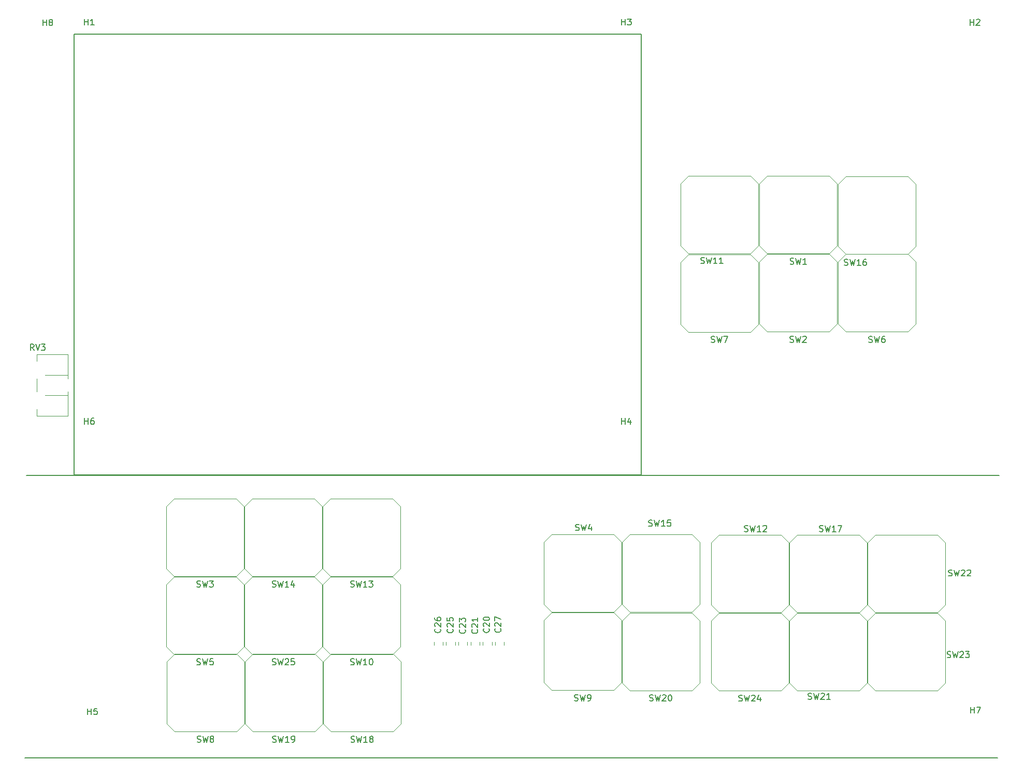
<source format=gto>
%TF.GenerationSoftware,KiCad,Pcbnew,(6.0.0)*%
%TF.CreationDate,2022-05-25T11:52:23+05:30*%
%TF.ProjectId,Motion_Control_HMI,4d6f7469-6f6e-45f4-936f-6e74726f6c5f,rev?*%
%TF.SameCoordinates,Original*%
%TF.FileFunction,Legend,Top*%
%TF.FilePolarity,Positive*%
%FSLAX46Y46*%
G04 Gerber Fmt 4.6, Leading zero omitted, Abs format (unit mm)*
G04 Created by KiCad (PCBNEW (6.0.0)) date 2022-05-25 11:52:23*
%MOMM*%
%LPD*%
G01*
G04 APERTURE LIST*
%ADD10C,0.150000*%
%ADD11C,0.120000*%
G04 APERTURE END LIST*
D10*
X67767200Y-43078400D02*
X67767200Y-49784000D01*
X67767200Y-49784000D02*
X67767200Y-54203600D01*
X59944000Y-101600000D02*
X218948000Y-101600000D01*
X59690000Y-147828000D02*
X218694000Y-147828000D01*
X67767200Y-101396800D02*
X67767200Y-101447600D01*
X160426400Y-29362400D02*
X160426400Y-101447600D01*
X67767200Y-54203600D02*
X67767200Y-55422800D01*
X160426400Y-101447600D02*
X67767200Y-101447600D01*
X67767200Y-55422800D02*
X67767200Y-100736400D01*
X67767200Y-36880800D02*
X67767200Y-38608000D01*
X67767200Y-29311600D02*
X160426400Y-29362400D01*
X67767200Y-38608000D02*
X67767200Y-43078400D01*
X67767200Y-29311600D02*
X67767200Y-34493200D01*
X67767200Y-34493200D02*
X67767200Y-36880800D01*
X67767200Y-100736400D02*
X67767200Y-101396800D01*
%TO.C,SW8*%
X87871466Y-145184761D02*
X88014323Y-145232380D01*
X88252419Y-145232380D01*
X88347657Y-145184761D01*
X88395276Y-145137142D01*
X88442895Y-145041904D01*
X88442895Y-144946666D01*
X88395276Y-144851428D01*
X88347657Y-144803809D01*
X88252419Y-144756190D01*
X88061942Y-144708571D01*
X87966704Y-144660952D01*
X87919085Y-144613333D01*
X87871466Y-144518095D01*
X87871466Y-144422857D01*
X87919085Y-144327619D01*
X87966704Y-144280000D01*
X88061942Y-144232380D01*
X88300038Y-144232380D01*
X88442895Y-144280000D01*
X88776228Y-144232380D02*
X89014323Y-145232380D01*
X89204800Y-144518095D01*
X89395276Y-145232380D01*
X89633371Y-144232380D01*
X90157180Y-144660952D02*
X90061942Y-144613333D01*
X90014323Y-144565714D01*
X89966704Y-144470476D01*
X89966704Y-144422857D01*
X90014323Y-144327619D01*
X90061942Y-144280000D01*
X90157180Y-144232380D01*
X90347657Y-144232380D01*
X90442895Y-144280000D01*
X90490514Y-144327619D01*
X90538133Y-144422857D01*
X90538133Y-144470476D01*
X90490514Y-144565714D01*
X90442895Y-144613333D01*
X90347657Y-144660952D01*
X90157180Y-144660952D01*
X90061942Y-144708571D01*
X90014323Y-144756190D01*
X89966704Y-144851428D01*
X89966704Y-145041904D01*
X90014323Y-145137142D01*
X90061942Y-145184761D01*
X90157180Y-145232380D01*
X90347657Y-145232380D01*
X90442895Y-145184761D01*
X90490514Y-145137142D01*
X90538133Y-145041904D01*
X90538133Y-144851428D01*
X90490514Y-144756190D01*
X90442895Y-144708571D01*
X90347657Y-144660952D01*
%TO.C,H4*%
X157226095Y-93196380D02*
X157226095Y-92196380D01*
X157226095Y-92672571D02*
X157797523Y-92672571D01*
X157797523Y-93196380D02*
X157797523Y-92196380D01*
X158702285Y-92529714D02*
X158702285Y-93196380D01*
X158464190Y-92148761D02*
X158226095Y-92863047D01*
X158845142Y-92863047D01*
%TO.C,C23*%
X131624342Y-126804657D02*
X131671961Y-126852276D01*
X131719580Y-126995133D01*
X131719580Y-127090371D01*
X131671961Y-127233228D01*
X131576723Y-127328466D01*
X131481485Y-127376085D01*
X131291009Y-127423704D01*
X131148152Y-127423704D01*
X130957676Y-127376085D01*
X130862438Y-127328466D01*
X130767200Y-127233228D01*
X130719580Y-127090371D01*
X130719580Y-126995133D01*
X130767200Y-126852276D01*
X130814819Y-126804657D01*
X130814819Y-126423704D02*
X130767200Y-126376085D01*
X130719580Y-126280847D01*
X130719580Y-126042752D01*
X130767200Y-125947514D01*
X130814819Y-125899895D01*
X130910057Y-125852276D01*
X131005295Y-125852276D01*
X131148152Y-125899895D01*
X131719580Y-126471323D01*
X131719580Y-125852276D01*
X130719580Y-125518942D02*
X130719580Y-124899895D01*
X131100533Y-125233228D01*
X131100533Y-125090371D01*
X131148152Y-124995133D01*
X131195771Y-124947514D01*
X131291009Y-124899895D01*
X131529104Y-124899895D01*
X131624342Y-124947514D01*
X131671961Y-124995133D01*
X131719580Y-125090371D01*
X131719580Y-125376085D01*
X131671961Y-125471323D01*
X131624342Y-125518942D01*
%TO.C,SW24*%
X176396876Y-138479161D02*
X176539733Y-138526780D01*
X176777828Y-138526780D01*
X176873066Y-138479161D01*
X176920685Y-138431542D01*
X176968304Y-138336304D01*
X176968304Y-138241066D01*
X176920685Y-138145828D01*
X176873066Y-138098209D01*
X176777828Y-138050590D01*
X176587352Y-138002971D01*
X176492114Y-137955352D01*
X176444495Y-137907733D01*
X176396876Y-137812495D01*
X176396876Y-137717257D01*
X176444495Y-137622019D01*
X176492114Y-137574400D01*
X176587352Y-137526780D01*
X176825447Y-137526780D01*
X176968304Y-137574400D01*
X177301638Y-137526780D02*
X177539733Y-138526780D01*
X177730209Y-137812495D01*
X177920685Y-138526780D01*
X178158780Y-137526780D01*
X178492114Y-137622019D02*
X178539733Y-137574400D01*
X178634971Y-137526780D01*
X178873066Y-137526780D01*
X178968304Y-137574400D01*
X179015923Y-137622019D01*
X179063542Y-137717257D01*
X179063542Y-137812495D01*
X179015923Y-137955352D01*
X178444495Y-138526780D01*
X179063542Y-138526780D01*
X179920685Y-137860114D02*
X179920685Y-138526780D01*
X179682590Y-137479161D02*
X179444495Y-138193447D01*
X180063542Y-138193447D01*
%TO.C,C21*%
X133630942Y-126794457D02*
X133678561Y-126842076D01*
X133726180Y-126984933D01*
X133726180Y-127080171D01*
X133678561Y-127223028D01*
X133583323Y-127318266D01*
X133488085Y-127365885D01*
X133297609Y-127413504D01*
X133154752Y-127413504D01*
X132964276Y-127365885D01*
X132869038Y-127318266D01*
X132773800Y-127223028D01*
X132726180Y-127080171D01*
X132726180Y-126984933D01*
X132773800Y-126842076D01*
X132821419Y-126794457D01*
X132821419Y-126413504D02*
X132773800Y-126365885D01*
X132726180Y-126270647D01*
X132726180Y-126032552D01*
X132773800Y-125937314D01*
X132821419Y-125889695D01*
X132916657Y-125842076D01*
X133011895Y-125842076D01*
X133154752Y-125889695D01*
X133726180Y-126461123D01*
X133726180Y-125842076D01*
X133726180Y-124889695D02*
X133726180Y-125461123D01*
X133726180Y-125175409D02*
X132726180Y-125175409D01*
X132869038Y-125270647D01*
X132964276Y-125365885D01*
X133011895Y-125461123D01*
%TO.C,SW12*%
X177336676Y-110716961D02*
X177479533Y-110764580D01*
X177717628Y-110764580D01*
X177812866Y-110716961D01*
X177860485Y-110669342D01*
X177908104Y-110574104D01*
X177908104Y-110478866D01*
X177860485Y-110383628D01*
X177812866Y-110336009D01*
X177717628Y-110288390D01*
X177527152Y-110240771D01*
X177431914Y-110193152D01*
X177384295Y-110145533D01*
X177336676Y-110050295D01*
X177336676Y-109955057D01*
X177384295Y-109859819D01*
X177431914Y-109812200D01*
X177527152Y-109764580D01*
X177765247Y-109764580D01*
X177908104Y-109812200D01*
X178241438Y-109764580D02*
X178479533Y-110764580D01*
X178670009Y-110050295D01*
X178860485Y-110764580D01*
X179098580Y-109764580D01*
X180003342Y-110764580D02*
X179431914Y-110764580D01*
X179717628Y-110764580D02*
X179717628Y-109764580D01*
X179622390Y-109907438D01*
X179527152Y-110002676D01*
X179431914Y-110050295D01*
X180384295Y-109859819D02*
X180431914Y-109812200D01*
X180527152Y-109764580D01*
X180765247Y-109764580D01*
X180860485Y-109812200D01*
X180908104Y-109859819D01*
X180955723Y-109955057D01*
X180955723Y-110050295D01*
X180908104Y-110193152D01*
X180336676Y-110764580D01*
X180955723Y-110764580D01*
%TO.C,SW15*%
X161664876Y-109827961D02*
X161807733Y-109875580D01*
X162045828Y-109875580D01*
X162141066Y-109827961D01*
X162188685Y-109780342D01*
X162236304Y-109685104D01*
X162236304Y-109589866D01*
X162188685Y-109494628D01*
X162141066Y-109447009D01*
X162045828Y-109399390D01*
X161855352Y-109351771D01*
X161760114Y-109304152D01*
X161712495Y-109256533D01*
X161664876Y-109161295D01*
X161664876Y-109066057D01*
X161712495Y-108970819D01*
X161760114Y-108923200D01*
X161855352Y-108875580D01*
X162093447Y-108875580D01*
X162236304Y-108923200D01*
X162569638Y-108875580D02*
X162807733Y-109875580D01*
X162998209Y-109161295D01*
X163188685Y-109875580D01*
X163426780Y-108875580D01*
X164331542Y-109875580D02*
X163760114Y-109875580D01*
X164045828Y-109875580D02*
X164045828Y-108875580D01*
X163950590Y-109018438D01*
X163855352Y-109113676D01*
X163760114Y-109161295D01*
X165236304Y-108875580D02*
X164760114Y-108875580D01*
X164712495Y-109351771D01*
X164760114Y-109304152D01*
X164855352Y-109256533D01*
X165093447Y-109256533D01*
X165188685Y-109304152D01*
X165236304Y-109351771D01*
X165283923Y-109447009D01*
X165283923Y-109685104D01*
X165236304Y-109780342D01*
X165188685Y-109827961D01*
X165093447Y-109875580D01*
X164855352Y-109875580D01*
X164760114Y-109827961D01*
X164712495Y-109780342D01*
%TO.C,SW25*%
X100146076Y-132535561D02*
X100288933Y-132583180D01*
X100527028Y-132583180D01*
X100622266Y-132535561D01*
X100669885Y-132487942D01*
X100717504Y-132392704D01*
X100717504Y-132297466D01*
X100669885Y-132202228D01*
X100622266Y-132154609D01*
X100527028Y-132106990D01*
X100336552Y-132059371D01*
X100241314Y-132011752D01*
X100193695Y-131964133D01*
X100146076Y-131868895D01*
X100146076Y-131773657D01*
X100193695Y-131678419D01*
X100241314Y-131630800D01*
X100336552Y-131583180D01*
X100574647Y-131583180D01*
X100717504Y-131630800D01*
X101050838Y-131583180D02*
X101288933Y-132583180D01*
X101479409Y-131868895D01*
X101669885Y-132583180D01*
X101907980Y-131583180D01*
X102241314Y-131678419D02*
X102288933Y-131630800D01*
X102384171Y-131583180D01*
X102622266Y-131583180D01*
X102717504Y-131630800D01*
X102765123Y-131678419D01*
X102812742Y-131773657D01*
X102812742Y-131868895D01*
X102765123Y-132011752D01*
X102193695Y-132583180D01*
X102812742Y-132583180D01*
X103717504Y-131583180D02*
X103241314Y-131583180D01*
X103193695Y-132059371D01*
X103241314Y-132011752D01*
X103336552Y-131964133D01*
X103574647Y-131964133D01*
X103669885Y-132011752D01*
X103717504Y-132059371D01*
X103765123Y-132154609D01*
X103765123Y-132392704D01*
X103717504Y-132487942D01*
X103669885Y-132535561D01*
X103574647Y-132583180D01*
X103336552Y-132583180D01*
X103241314Y-132535561D01*
X103193695Y-132487942D01*
%TO.C,RV3*%
X61182561Y-81093780D02*
X60849228Y-80617590D01*
X60611133Y-81093780D02*
X60611133Y-80093780D01*
X60992085Y-80093780D01*
X61087323Y-80141400D01*
X61134942Y-80189019D01*
X61182561Y-80284257D01*
X61182561Y-80427114D01*
X61134942Y-80522352D01*
X61087323Y-80569971D01*
X60992085Y-80617590D01*
X60611133Y-80617590D01*
X61468276Y-80093780D02*
X61801609Y-81093780D01*
X62134942Y-80093780D01*
X62373038Y-80093780D02*
X62992085Y-80093780D01*
X62658752Y-80474733D01*
X62801609Y-80474733D01*
X62896847Y-80522352D01*
X62944466Y-80569971D01*
X62992085Y-80665209D01*
X62992085Y-80903304D01*
X62944466Y-80998542D01*
X62896847Y-81046161D01*
X62801609Y-81093780D01*
X62515895Y-81093780D01*
X62420657Y-81046161D01*
X62373038Y-80998542D01*
%TO.C,SW6*%
X197645066Y-79749161D02*
X197787923Y-79796780D01*
X198026019Y-79796780D01*
X198121257Y-79749161D01*
X198168876Y-79701542D01*
X198216495Y-79606304D01*
X198216495Y-79511066D01*
X198168876Y-79415828D01*
X198121257Y-79368209D01*
X198026019Y-79320590D01*
X197835542Y-79272971D01*
X197740304Y-79225352D01*
X197692685Y-79177733D01*
X197645066Y-79082495D01*
X197645066Y-78987257D01*
X197692685Y-78892019D01*
X197740304Y-78844400D01*
X197835542Y-78796780D01*
X198073638Y-78796780D01*
X198216495Y-78844400D01*
X198549828Y-78796780D02*
X198787923Y-79796780D01*
X198978400Y-79082495D01*
X199168876Y-79796780D01*
X199406971Y-78796780D01*
X200216495Y-78796780D02*
X200026019Y-78796780D01*
X199930780Y-78844400D01*
X199883161Y-78892019D01*
X199787923Y-79034876D01*
X199740304Y-79225352D01*
X199740304Y-79606304D01*
X199787923Y-79701542D01*
X199835542Y-79749161D01*
X199930780Y-79796780D01*
X200121257Y-79796780D01*
X200216495Y-79749161D01*
X200264114Y-79701542D01*
X200311733Y-79606304D01*
X200311733Y-79368209D01*
X200264114Y-79272971D01*
X200216495Y-79225352D01*
X200121257Y-79177733D01*
X199930780Y-79177733D01*
X199835542Y-79225352D01*
X199787923Y-79272971D01*
X199740304Y-79368209D01*
%TO.C,H7*%
X214325295Y-140473580D02*
X214325295Y-139473580D01*
X214325295Y-139949771D02*
X214896723Y-139949771D01*
X214896723Y-140473580D02*
X214896723Y-139473580D01*
X215277676Y-139473580D02*
X215944342Y-139473580D01*
X215515771Y-140473580D01*
%TO.C,SW16*%
X193648676Y-67141761D02*
X193791533Y-67189380D01*
X194029628Y-67189380D01*
X194124866Y-67141761D01*
X194172485Y-67094142D01*
X194220104Y-66998904D01*
X194220104Y-66903666D01*
X194172485Y-66808428D01*
X194124866Y-66760809D01*
X194029628Y-66713190D01*
X193839152Y-66665571D01*
X193743914Y-66617952D01*
X193696295Y-66570333D01*
X193648676Y-66475095D01*
X193648676Y-66379857D01*
X193696295Y-66284619D01*
X193743914Y-66237000D01*
X193839152Y-66189380D01*
X194077247Y-66189380D01*
X194220104Y-66237000D01*
X194553438Y-66189380D02*
X194791533Y-67189380D01*
X194982009Y-66475095D01*
X195172485Y-67189380D01*
X195410580Y-66189380D01*
X196315342Y-67189380D02*
X195743914Y-67189380D01*
X196029628Y-67189380D02*
X196029628Y-66189380D01*
X195934390Y-66332238D01*
X195839152Y-66427476D01*
X195743914Y-66475095D01*
X197172485Y-66189380D02*
X196982009Y-66189380D01*
X196886771Y-66237000D01*
X196839152Y-66284619D01*
X196743914Y-66427476D01*
X196696295Y-66617952D01*
X196696295Y-66998904D01*
X196743914Y-67094142D01*
X196791533Y-67141761D01*
X196886771Y-67189380D01*
X197077247Y-67189380D01*
X197172485Y-67141761D01*
X197220104Y-67094142D01*
X197267723Y-66998904D01*
X197267723Y-66760809D01*
X197220104Y-66665571D01*
X197172485Y-66617952D01*
X197077247Y-66570333D01*
X196886771Y-66570333D01*
X196791533Y-66617952D01*
X196743914Y-66665571D01*
X196696295Y-66760809D01*
%TO.C,C20*%
X135535942Y-126652257D02*
X135583561Y-126699876D01*
X135631180Y-126842733D01*
X135631180Y-126937971D01*
X135583561Y-127080828D01*
X135488323Y-127176066D01*
X135393085Y-127223685D01*
X135202609Y-127271304D01*
X135059752Y-127271304D01*
X134869276Y-127223685D01*
X134774038Y-127176066D01*
X134678800Y-127080828D01*
X134631180Y-126937971D01*
X134631180Y-126842733D01*
X134678800Y-126699876D01*
X134726419Y-126652257D01*
X134726419Y-126271304D02*
X134678800Y-126223685D01*
X134631180Y-126128447D01*
X134631180Y-125890352D01*
X134678800Y-125795114D01*
X134726419Y-125747495D01*
X134821657Y-125699876D01*
X134916895Y-125699876D01*
X135059752Y-125747495D01*
X135631180Y-126318923D01*
X135631180Y-125699876D01*
X134631180Y-125080828D02*
X134631180Y-124985590D01*
X134678800Y-124890352D01*
X134726419Y-124842733D01*
X134821657Y-124795114D01*
X135012133Y-124747495D01*
X135250228Y-124747495D01*
X135440704Y-124795114D01*
X135535942Y-124842733D01*
X135583561Y-124890352D01*
X135631180Y-124985590D01*
X135631180Y-125080828D01*
X135583561Y-125176066D01*
X135535942Y-125223685D01*
X135440704Y-125271304D01*
X135250228Y-125318923D01*
X135012133Y-125318923D01*
X134821657Y-125271304D01*
X134726419Y-125223685D01*
X134678800Y-125176066D01*
X134631180Y-125080828D01*
%TO.C,SW14*%
X100146076Y-119784761D02*
X100288933Y-119832380D01*
X100527028Y-119832380D01*
X100622266Y-119784761D01*
X100669885Y-119737142D01*
X100717504Y-119641904D01*
X100717504Y-119546666D01*
X100669885Y-119451428D01*
X100622266Y-119403809D01*
X100527028Y-119356190D01*
X100336552Y-119308571D01*
X100241314Y-119260952D01*
X100193695Y-119213333D01*
X100146076Y-119118095D01*
X100146076Y-119022857D01*
X100193695Y-118927619D01*
X100241314Y-118880000D01*
X100336552Y-118832380D01*
X100574647Y-118832380D01*
X100717504Y-118880000D01*
X101050838Y-118832380D02*
X101288933Y-119832380D01*
X101479409Y-119118095D01*
X101669885Y-119832380D01*
X101907980Y-118832380D01*
X102812742Y-119832380D02*
X102241314Y-119832380D01*
X102527028Y-119832380D02*
X102527028Y-118832380D01*
X102431790Y-118975238D01*
X102336552Y-119070476D01*
X102241314Y-119118095D01*
X103669885Y-119165714D02*
X103669885Y-119832380D01*
X103431790Y-118784761D02*
X103193695Y-119499047D01*
X103812742Y-119499047D01*
%TO.C,SW13*%
X112947676Y-119784761D02*
X113090533Y-119832380D01*
X113328628Y-119832380D01*
X113423866Y-119784761D01*
X113471485Y-119737142D01*
X113519104Y-119641904D01*
X113519104Y-119546666D01*
X113471485Y-119451428D01*
X113423866Y-119403809D01*
X113328628Y-119356190D01*
X113138152Y-119308571D01*
X113042914Y-119260952D01*
X112995295Y-119213333D01*
X112947676Y-119118095D01*
X112947676Y-119022857D01*
X112995295Y-118927619D01*
X113042914Y-118880000D01*
X113138152Y-118832380D01*
X113376247Y-118832380D01*
X113519104Y-118880000D01*
X113852438Y-118832380D02*
X114090533Y-119832380D01*
X114281009Y-119118095D01*
X114471485Y-119832380D01*
X114709580Y-118832380D01*
X115614342Y-119832380D02*
X115042914Y-119832380D01*
X115328628Y-119832380D02*
X115328628Y-118832380D01*
X115233390Y-118975238D01*
X115138152Y-119070476D01*
X115042914Y-119118095D01*
X115947676Y-118832380D02*
X116566723Y-118832380D01*
X116233390Y-119213333D01*
X116376247Y-119213333D01*
X116471485Y-119260952D01*
X116519104Y-119308571D01*
X116566723Y-119403809D01*
X116566723Y-119641904D01*
X116519104Y-119737142D01*
X116471485Y-119784761D01*
X116376247Y-119832380D01*
X116090533Y-119832380D01*
X115995295Y-119784761D01*
X115947676Y-119737142D01*
%TO.C,SW5*%
X87820666Y-132535561D02*
X87963523Y-132583180D01*
X88201619Y-132583180D01*
X88296857Y-132535561D01*
X88344476Y-132487942D01*
X88392095Y-132392704D01*
X88392095Y-132297466D01*
X88344476Y-132202228D01*
X88296857Y-132154609D01*
X88201619Y-132106990D01*
X88011142Y-132059371D01*
X87915904Y-132011752D01*
X87868285Y-131964133D01*
X87820666Y-131868895D01*
X87820666Y-131773657D01*
X87868285Y-131678419D01*
X87915904Y-131630800D01*
X88011142Y-131583180D01*
X88249238Y-131583180D01*
X88392095Y-131630800D01*
X88725428Y-131583180D02*
X88963523Y-132583180D01*
X89154000Y-131868895D01*
X89344476Y-132583180D01*
X89582571Y-131583180D01*
X90439714Y-131583180D02*
X89963523Y-131583180D01*
X89915904Y-132059371D01*
X89963523Y-132011752D01*
X90058761Y-131964133D01*
X90296857Y-131964133D01*
X90392095Y-132011752D01*
X90439714Y-132059371D01*
X90487333Y-132154609D01*
X90487333Y-132392704D01*
X90439714Y-132487942D01*
X90392095Y-132535561D01*
X90296857Y-132583180D01*
X90058761Y-132583180D01*
X89963523Y-132535561D01*
X89915904Y-132487942D01*
%TO.C,SW21*%
X187725276Y-138174361D02*
X187868133Y-138221980D01*
X188106228Y-138221980D01*
X188201466Y-138174361D01*
X188249085Y-138126742D01*
X188296704Y-138031504D01*
X188296704Y-137936266D01*
X188249085Y-137841028D01*
X188201466Y-137793409D01*
X188106228Y-137745790D01*
X187915752Y-137698171D01*
X187820514Y-137650552D01*
X187772895Y-137602933D01*
X187725276Y-137507695D01*
X187725276Y-137412457D01*
X187772895Y-137317219D01*
X187820514Y-137269600D01*
X187915752Y-137221980D01*
X188153847Y-137221980D01*
X188296704Y-137269600D01*
X188630038Y-137221980D02*
X188868133Y-138221980D01*
X189058609Y-137507695D01*
X189249085Y-138221980D01*
X189487180Y-137221980D01*
X189820514Y-137317219D02*
X189868133Y-137269600D01*
X189963371Y-137221980D01*
X190201466Y-137221980D01*
X190296704Y-137269600D01*
X190344323Y-137317219D01*
X190391942Y-137412457D01*
X190391942Y-137507695D01*
X190344323Y-137650552D01*
X189772895Y-138221980D01*
X190391942Y-138221980D01*
X191344323Y-138221980D02*
X190772895Y-138221980D01*
X191058609Y-138221980D02*
X191058609Y-137221980D01*
X190963371Y-137364838D01*
X190868133Y-137460076D01*
X190772895Y-137507695D01*
%TO.C,SW3*%
X87820666Y-119784761D02*
X87963523Y-119832380D01*
X88201619Y-119832380D01*
X88296857Y-119784761D01*
X88344476Y-119737142D01*
X88392095Y-119641904D01*
X88392095Y-119546666D01*
X88344476Y-119451428D01*
X88296857Y-119403809D01*
X88201619Y-119356190D01*
X88011142Y-119308571D01*
X87915904Y-119260952D01*
X87868285Y-119213333D01*
X87820666Y-119118095D01*
X87820666Y-119022857D01*
X87868285Y-118927619D01*
X87915904Y-118880000D01*
X88011142Y-118832380D01*
X88249238Y-118832380D01*
X88392095Y-118880000D01*
X88725428Y-118832380D02*
X88963523Y-119832380D01*
X89154000Y-119118095D01*
X89344476Y-119832380D01*
X89582571Y-118832380D01*
X89868285Y-118832380D02*
X90487333Y-118832380D01*
X90154000Y-119213333D01*
X90296857Y-119213333D01*
X90392095Y-119260952D01*
X90439714Y-119308571D01*
X90487333Y-119403809D01*
X90487333Y-119641904D01*
X90439714Y-119737142D01*
X90392095Y-119784761D01*
X90296857Y-119832380D01*
X90011142Y-119832380D01*
X89915904Y-119784761D01*
X89868285Y-119737142D01*
%TO.C,SW7*%
X171894666Y-79754361D02*
X172037523Y-79801980D01*
X172275619Y-79801980D01*
X172370857Y-79754361D01*
X172418476Y-79706742D01*
X172466095Y-79611504D01*
X172466095Y-79516266D01*
X172418476Y-79421028D01*
X172370857Y-79373409D01*
X172275619Y-79325790D01*
X172085142Y-79278171D01*
X171989904Y-79230552D01*
X171942285Y-79182933D01*
X171894666Y-79087695D01*
X171894666Y-78992457D01*
X171942285Y-78897219D01*
X171989904Y-78849600D01*
X172085142Y-78801980D01*
X172323238Y-78801980D01*
X172466095Y-78849600D01*
X172799428Y-78801980D02*
X173037523Y-79801980D01*
X173228000Y-79087695D01*
X173418476Y-79801980D01*
X173656571Y-78801980D01*
X173942285Y-78801980D02*
X174608952Y-78801980D01*
X174180380Y-79801980D01*
%TO.C,SW10*%
X112942476Y-132530361D02*
X113085333Y-132577980D01*
X113323428Y-132577980D01*
X113418666Y-132530361D01*
X113466285Y-132482742D01*
X113513904Y-132387504D01*
X113513904Y-132292266D01*
X113466285Y-132197028D01*
X113418666Y-132149409D01*
X113323428Y-132101790D01*
X113132952Y-132054171D01*
X113037714Y-132006552D01*
X112990095Y-131958933D01*
X112942476Y-131863695D01*
X112942476Y-131768457D01*
X112990095Y-131673219D01*
X113037714Y-131625600D01*
X113132952Y-131577980D01*
X113371047Y-131577980D01*
X113513904Y-131625600D01*
X113847238Y-131577980D02*
X114085333Y-132577980D01*
X114275809Y-131863695D01*
X114466285Y-132577980D01*
X114704380Y-131577980D01*
X115609142Y-132577980D02*
X115037714Y-132577980D01*
X115323428Y-132577980D02*
X115323428Y-131577980D01*
X115228190Y-131720838D01*
X115132952Y-131816076D01*
X115037714Y-131863695D01*
X116228190Y-131577980D02*
X116323428Y-131577980D01*
X116418666Y-131625600D01*
X116466285Y-131673219D01*
X116513904Y-131768457D01*
X116561523Y-131958933D01*
X116561523Y-132197028D01*
X116513904Y-132387504D01*
X116466285Y-132482742D01*
X116418666Y-132530361D01*
X116323428Y-132577980D01*
X116228190Y-132577980D01*
X116132952Y-132530361D01*
X116085333Y-132482742D01*
X116037714Y-132387504D01*
X115990095Y-132197028D01*
X115990095Y-131958933D01*
X116037714Y-131768457D01*
X116085333Y-131673219D01*
X116132952Y-131625600D01*
X116228190Y-131577980D01*
%TO.C,SW19*%
X100196876Y-145184761D02*
X100339733Y-145232380D01*
X100577828Y-145232380D01*
X100673066Y-145184761D01*
X100720685Y-145137142D01*
X100768304Y-145041904D01*
X100768304Y-144946666D01*
X100720685Y-144851428D01*
X100673066Y-144803809D01*
X100577828Y-144756190D01*
X100387352Y-144708571D01*
X100292114Y-144660952D01*
X100244495Y-144613333D01*
X100196876Y-144518095D01*
X100196876Y-144422857D01*
X100244495Y-144327619D01*
X100292114Y-144280000D01*
X100387352Y-144232380D01*
X100625447Y-144232380D01*
X100768304Y-144280000D01*
X101101638Y-144232380D02*
X101339733Y-145232380D01*
X101530209Y-144518095D01*
X101720685Y-145232380D01*
X101958780Y-144232380D01*
X102863542Y-145232380D02*
X102292114Y-145232380D01*
X102577828Y-145232380D02*
X102577828Y-144232380D01*
X102482590Y-144375238D01*
X102387352Y-144470476D01*
X102292114Y-144518095D01*
X103339733Y-145232380D02*
X103530209Y-145232380D01*
X103625447Y-145184761D01*
X103673066Y-145137142D01*
X103768304Y-144994285D01*
X103815923Y-144803809D01*
X103815923Y-144422857D01*
X103768304Y-144327619D01*
X103720685Y-144280000D01*
X103625447Y-144232380D01*
X103434971Y-144232380D01*
X103339733Y-144280000D01*
X103292114Y-144327619D01*
X103244495Y-144422857D01*
X103244495Y-144660952D01*
X103292114Y-144756190D01*
X103339733Y-144803809D01*
X103434971Y-144851428D01*
X103625447Y-144851428D01*
X103720685Y-144803809D01*
X103768304Y-144756190D01*
X103815923Y-144660952D01*
%TO.C,SW4*%
X149720466Y-110539161D02*
X149863323Y-110586780D01*
X150101419Y-110586780D01*
X150196657Y-110539161D01*
X150244276Y-110491542D01*
X150291895Y-110396304D01*
X150291895Y-110301066D01*
X150244276Y-110205828D01*
X150196657Y-110158209D01*
X150101419Y-110110590D01*
X149910942Y-110062971D01*
X149815704Y-110015352D01*
X149768085Y-109967733D01*
X149720466Y-109872495D01*
X149720466Y-109777257D01*
X149768085Y-109682019D01*
X149815704Y-109634400D01*
X149910942Y-109586780D01*
X150149038Y-109586780D01*
X150291895Y-109634400D01*
X150625228Y-109586780D02*
X150863323Y-110586780D01*
X151053800Y-109872495D01*
X151244276Y-110586780D01*
X151482371Y-109586780D01*
X152291895Y-109920114D02*
X152291895Y-110586780D01*
X152053800Y-109539161D02*
X151815704Y-110253447D01*
X152434752Y-110253447D01*
%TO.C,SW20*%
X161817276Y-138428361D02*
X161960133Y-138475980D01*
X162198228Y-138475980D01*
X162293466Y-138428361D01*
X162341085Y-138380742D01*
X162388704Y-138285504D01*
X162388704Y-138190266D01*
X162341085Y-138095028D01*
X162293466Y-138047409D01*
X162198228Y-137999790D01*
X162007752Y-137952171D01*
X161912514Y-137904552D01*
X161864895Y-137856933D01*
X161817276Y-137761695D01*
X161817276Y-137666457D01*
X161864895Y-137571219D01*
X161912514Y-137523600D01*
X162007752Y-137475980D01*
X162245847Y-137475980D01*
X162388704Y-137523600D01*
X162722038Y-137475980D02*
X162960133Y-138475980D01*
X163150609Y-137761695D01*
X163341085Y-138475980D01*
X163579180Y-137475980D01*
X163912514Y-137571219D02*
X163960133Y-137523600D01*
X164055371Y-137475980D01*
X164293466Y-137475980D01*
X164388704Y-137523600D01*
X164436323Y-137571219D01*
X164483942Y-137666457D01*
X164483942Y-137761695D01*
X164436323Y-137904552D01*
X163864895Y-138475980D01*
X164483942Y-138475980D01*
X165102990Y-137475980D02*
X165198228Y-137475980D01*
X165293466Y-137523600D01*
X165341085Y-137571219D01*
X165388704Y-137666457D01*
X165436323Y-137856933D01*
X165436323Y-138095028D01*
X165388704Y-138285504D01*
X165341085Y-138380742D01*
X165293466Y-138428361D01*
X165198228Y-138475980D01*
X165102990Y-138475980D01*
X165007752Y-138428361D01*
X164960133Y-138380742D01*
X164912514Y-138285504D01*
X164864895Y-138095028D01*
X164864895Y-137856933D01*
X164912514Y-137666457D01*
X164960133Y-137571219D01*
X165007752Y-137523600D01*
X165102990Y-137475980D01*
%TO.C,C25*%
X129617742Y-126728457D02*
X129665361Y-126776076D01*
X129712980Y-126918933D01*
X129712980Y-127014171D01*
X129665361Y-127157028D01*
X129570123Y-127252266D01*
X129474885Y-127299885D01*
X129284409Y-127347504D01*
X129141552Y-127347504D01*
X128951076Y-127299885D01*
X128855838Y-127252266D01*
X128760600Y-127157028D01*
X128712980Y-127014171D01*
X128712980Y-126918933D01*
X128760600Y-126776076D01*
X128808219Y-126728457D01*
X128808219Y-126347504D02*
X128760600Y-126299885D01*
X128712980Y-126204647D01*
X128712980Y-125966552D01*
X128760600Y-125871314D01*
X128808219Y-125823695D01*
X128903457Y-125776076D01*
X128998695Y-125776076D01*
X129141552Y-125823695D01*
X129712980Y-126395123D01*
X129712980Y-125776076D01*
X128712980Y-124871314D02*
X128712980Y-125347504D01*
X129189171Y-125395123D01*
X129141552Y-125347504D01*
X129093933Y-125252266D01*
X129093933Y-125014171D01*
X129141552Y-124918933D01*
X129189171Y-124871314D01*
X129284409Y-124823695D01*
X129522504Y-124823695D01*
X129617742Y-124871314D01*
X129665361Y-124918933D01*
X129712980Y-125014171D01*
X129712980Y-125252266D01*
X129665361Y-125347504D01*
X129617742Y-125395123D01*
%TO.C,SW17*%
X189579476Y-110716961D02*
X189722333Y-110764580D01*
X189960428Y-110764580D01*
X190055666Y-110716961D01*
X190103285Y-110669342D01*
X190150904Y-110574104D01*
X190150904Y-110478866D01*
X190103285Y-110383628D01*
X190055666Y-110336009D01*
X189960428Y-110288390D01*
X189769952Y-110240771D01*
X189674714Y-110193152D01*
X189627095Y-110145533D01*
X189579476Y-110050295D01*
X189579476Y-109955057D01*
X189627095Y-109859819D01*
X189674714Y-109812200D01*
X189769952Y-109764580D01*
X190008047Y-109764580D01*
X190150904Y-109812200D01*
X190484238Y-109764580D02*
X190722333Y-110764580D01*
X190912809Y-110050295D01*
X191103285Y-110764580D01*
X191341380Y-109764580D01*
X192246142Y-110764580D02*
X191674714Y-110764580D01*
X191960428Y-110764580D02*
X191960428Y-109764580D01*
X191865190Y-109907438D01*
X191769952Y-110002676D01*
X191674714Y-110050295D01*
X192579476Y-109764580D02*
X193246142Y-109764580D01*
X192817571Y-110764580D01*
%TO.C,C26*%
X127585742Y-126677657D02*
X127633361Y-126725276D01*
X127680980Y-126868133D01*
X127680980Y-126963371D01*
X127633361Y-127106228D01*
X127538123Y-127201466D01*
X127442885Y-127249085D01*
X127252409Y-127296704D01*
X127109552Y-127296704D01*
X126919076Y-127249085D01*
X126823838Y-127201466D01*
X126728600Y-127106228D01*
X126680980Y-126963371D01*
X126680980Y-126868133D01*
X126728600Y-126725276D01*
X126776219Y-126677657D01*
X126776219Y-126296704D02*
X126728600Y-126249085D01*
X126680980Y-126153847D01*
X126680980Y-125915752D01*
X126728600Y-125820514D01*
X126776219Y-125772895D01*
X126871457Y-125725276D01*
X126966695Y-125725276D01*
X127109552Y-125772895D01*
X127680980Y-126344323D01*
X127680980Y-125725276D01*
X126680980Y-124868133D02*
X126680980Y-125058609D01*
X126728600Y-125153847D01*
X126776219Y-125201466D01*
X126919076Y-125296704D01*
X127109552Y-125344323D01*
X127490504Y-125344323D01*
X127585742Y-125296704D01*
X127633361Y-125249085D01*
X127680980Y-125153847D01*
X127680980Y-124963371D01*
X127633361Y-124868133D01*
X127585742Y-124820514D01*
X127490504Y-124772895D01*
X127252409Y-124772895D01*
X127157171Y-124820514D01*
X127109552Y-124868133D01*
X127061933Y-124963371D01*
X127061933Y-125153847D01*
X127109552Y-125249085D01*
X127157171Y-125296704D01*
X127252409Y-125344323D01*
%TO.C,SW23*%
X210458276Y-131341761D02*
X210601133Y-131389380D01*
X210839228Y-131389380D01*
X210934466Y-131341761D01*
X210982085Y-131294142D01*
X211029704Y-131198904D01*
X211029704Y-131103666D01*
X210982085Y-131008428D01*
X210934466Y-130960809D01*
X210839228Y-130913190D01*
X210648752Y-130865571D01*
X210553514Y-130817952D01*
X210505895Y-130770333D01*
X210458276Y-130675095D01*
X210458276Y-130579857D01*
X210505895Y-130484619D01*
X210553514Y-130437000D01*
X210648752Y-130389380D01*
X210886847Y-130389380D01*
X211029704Y-130437000D01*
X211363038Y-130389380D02*
X211601133Y-131389380D01*
X211791609Y-130675095D01*
X211982085Y-131389380D01*
X212220180Y-130389380D01*
X212553514Y-130484619D02*
X212601133Y-130437000D01*
X212696371Y-130389380D01*
X212934466Y-130389380D01*
X213029704Y-130437000D01*
X213077323Y-130484619D01*
X213124942Y-130579857D01*
X213124942Y-130675095D01*
X213077323Y-130817952D01*
X212505895Y-131389380D01*
X213124942Y-131389380D01*
X213458276Y-130389380D02*
X214077323Y-130389380D01*
X213743990Y-130770333D01*
X213886847Y-130770333D01*
X213982085Y-130817952D01*
X214029704Y-130865571D01*
X214077323Y-130960809D01*
X214077323Y-131198904D01*
X214029704Y-131294142D01*
X213982085Y-131341761D01*
X213886847Y-131389380D01*
X213601133Y-131389380D01*
X213505895Y-131341761D01*
X213458276Y-131294142D01*
%TO.C,SW18*%
X112998476Y-145189961D02*
X113141333Y-145237580D01*
X113379428Y-145237580D01*
X113474666Y-145189961D01*
X113522285Y-145142342D01*
X113569904Y-145047104D01*
X113569904Y-144951866D01*
X113522285Y-144856628D01*
X113474666Y-144809009D01*
X113379428Y-144761390D01*
X113188952Y-144713771D01*
X113093714Y-144666152D01*
X113046095Y-144618533D01*
X112998476Y-144523295D01*
X112998476Y-144428057D01*
X113046095Y-144332819D01*
X113093714Y-144285200D01*
X113188952Y-144237580D01*
X113427047Y-144237580D01*
X113569904Y-144285200D01*
X113903238Y-144237580D02*
X114141333Y-145237580D01*
X114331809Y-144523295D01*
X114522285Y-145237580D01*
X114760380Y-144237580D01*
X115665142Y-145237580D02*
X115093714Y-145237580D01*
X115379428Y-145237580D02*
X115379428Y-144237580D01*
X115284190Y-144380438D01*
X115188952Y-144475676D01*
X115093714Y-144523295D01*
X116236571Y-144666152D02*
X116141333Y-144618533D01*
X116093714Y-144570914D01*
X116046095Y-144475676D01*
X116046095Y-144428057D01*
X116093714Y-144332819D01*
X116141333Y-144285200D01*
X116236571Y-144237580D01*
X116427047Y-144237580D01*
X116522285Y-144285200D01*
X116569904Y-144332819D01*
X116617523Y-144428057D01*
X116617523Y-144475676D01*
X116569904Y-144570914D01*
X116522285Y-144618533D01*
X116427047Y-144666152D01*
X116236571Y-144666152D01*
X116141333Y-144713771D01*
X116093714Y-144761390D01*
X116046095Y-144856628D01*
X116046095Y-145047104D01*
X116093714Y-145142342D01*
X116141333Y-145189961D01*
X116236571Y-145237580D01*
X116427047Y-145237580D01*
X116522285Y-145189961D01*
X116569904Y-145142342D01*
X116617523Y-145047104D01*
X116617523Y-144856628D01*
X116569904Y-144761390D01*
X116522285Y-144713771D01*
X116427047Y-144666152D01*
%TO.C,SW11*%
X170179076Y-66836961D02*
X170321933Y-66884580D01*
X170560028Y-66884580D01*
X170655266Y-66836961D01*
X170702885Y-66789342D01*
X170750504Y-66694104D01*
X170750504Y-66598866D01*
X170702885Y-66503628D01*
X170655266Y-66456009D01*
X170560028Y-66408390D01*
X170369552Y-66360771D01*
X170274314Y-66313152D01*
X170226695Y-66265533D01*
X170179076Y-66170295D01*
X170179076Y-66075057D01*
X170226695Y-65979819D01*
X170274314Y-65932200D01*
X170369552Y-65884580D01*
X170607647Y-65884580D01*
X170750504Y-65932200D01*
X171083838Y-65884580D02*
X171321933Y-66884580D01*
X171512409Y-66170295D01*
X171702885Y-66884580D01*
X171940980Y-65884580D01*
X172845742Y-66884580D02*
X172274314Y-66884580D01*
X172560028Y-66884580D02*
X172560028Y-65884580D01*
X172464790Y-66027438D01*
X172369552Y-66122676D01*
X172274314Y-66170295D01*
X173798123Y-66884580D02*
X173226695Y-66884580D01*
X173512409Y-66884580D02*
X173512409Y-65884580D01*
X173417171Y-66027438D01*
X173321933Y-66122676D01*
X173226695Y-66170295D01*
%TO.C,H8*%
X62636495Y-27951580D02*
X62636495Y-26951580D01*
X62636495Y-27427771D02*
X63207923Y-27427771D01*
X63207923Y-27951580D02*
X63207923Y-26951580D01*
X63826971Y-27380152D02*
X63731733Y-27332533D01*
X63684114Y-27284914D01*
X63636495Y-27189676D01*
X63636495Y-27142057D01*
X63684114Y-27046819D01*
X63731733Y-26999200D01*
X63826971Y-26951580D01*
X64017447Y-26951580D01*
X64112685Y-26999200D01*
X64160304Y-27046819D01*
X64207923Y-27142057D01*
X64207923Y-27189676D01*
X64160304Y-27284914D01*
X64112685Y-27332533D01*
X64017447Y-27380152D01*
X63826971Y-27380152D01*
X63731733Y-27427771D01*
X63684114Y-27475390D01*
X63636495Y-27570628D01*
X63636495Y-27761104D01*
X63684114Y-27856342D01*
X63731733Y-27903961D01*
X63826971Y-27951580D01*
X64017447Y-27951580D01*
X64112685Y-27903961D01*
X64160304Y-27856342D01*
X64207923Y-27761104D01*
X64207923Y-27570628D01*
X64160304Y-27475390D01*
X64112685Y-27427771D01*
X64017447Y-27380152D01*
%TO.C,SW1*%
X184797866Y-66952761D02*
X184940723Y-67000380D01*
X185178819Y-67000380D01*
X185274057Y-66952761D01*
X185321676Y-66905142D01*
X185369295Y-66809904D01*
X185369295Y-66714666D01*
X185321676Y-66619428D01*
X185274057Y-66571809D01*
X185178819Y-66524190D01*
X184988342Y-66476571D01*
X184893104Y-66428952D01*
X184845485Y-66381333D01*
X184797866Y-66286095D01*
X184797866Y-66190857D01*
X184845485Y-66095619D01*
X184893104Y-66048000D01*
X184988342Y-66000380D01*
X185226438Y-66000380D01*
X185369295Y-66048000D01*
X185702628Y-66000380D02*
X185940723Y-67000380D01*
X186131200Y-66286095D01*
X186321676Y-67000380D01*
X186559771Y-66000380D01*
X187464533Y-67000380D02*
X186893104Y-67000380D01*
X187178819Y-67000380D02*
X187178819Y-66000380D01*
X187083580Y-66143238D01*
X186988342Y-66238476D01*
X186893104Y-66286095D01*
%TO.C,SW2*%
X184772466Y-79737961D02*
X184915323Y-79785580D01*
X185153419Y-79785580D01*
X185248657Y-79737961D01*
X185296276Y-79690342D01*
X185343895Y-79595104D01*
X185343895Y-79499866D01*
X185296276Y-79404628D01*
X185248657Y-79357009D01*
X185153419Y-79309390D01*
X184962942Y-79261771D01*
X184867704Y-79214152D01*
X184820085Y-79166533D01*
X184772466Y-79071295D01*
X184772466Y-78976057D01*
X184820085Y-78880819D01*
X184867704Y-78833200D01*
X184962942Y-78785580D01*
X185201038Y-78785580D01*
X185343895Y-78833200D01*
X185677228Y-78785580D02*
X185915323Y-79785580D01*
X186105800Y-79071295D01*
X186296276Y-79785580D01*
X186534371Y-78785580D01*
X186867704Y-78880819D02*
X186915323Y-78833200D01*
X187010561Y-78785580D01*
X187248657Y-78785580D01*
X187343895Y-78833200D01*
X187391514Y-78880819D01*
X187439133Y-78976057D01*
X187439133Y-79071295D01*
X187391514Y-79214152D01*
X186820085Y-79785580D01*
X187439133Y-79785580D01*
%TO.C,SW9*%
X149542666Y-138411961D02*
X149685523Y-138459580D01*
X149923619Y-138459580D01*
X150018857Y-138411961D01*
X150066476Y-138364342D01*
X150114095Y-138269104D01*
X150114095Y-138173866D01*
X150066476Y-138078628D01*
X150018857Y-138031009D01*
X149923619Y-137983390D01*
X149733142Y-137935771D01*
X149637904Y-137888152D01*
X149590285Y-137840533D01*
X149542666Y-137745295D01*
X149542666Y-137650057D01*
X149590285Y-137554819D01*
X149637904Y-137507200D01*
X149733142Y-137459580D01*
X149971238Y-137459580D01*
X150114095Y-137507200D01*
X150447428Y-137459580D02*
X150685523Y-138459580D01*
X150876000Y-137745295D01*
X151066476Y-138459580D01*
X151304571Y-137459580D01*
X151733142Y-138459580D02*
X151923619Y-138459580D01*
X152018857Y-138411961D01*
X152066476Y-138364342D01*
X152161714Y-138221485D01*
X152209333Y-138031009D01*
X152209333Y-137650057D01*
X152161714Y-137554819D01*
X152114095Y-137507200D01*
X152018857Y-137459580D01*
X151828380Y-137459580D01*
X151733142Y-137507200D01*
X151685523Y-137554819D01*
X151637904Y-137650057D01*
X151637904Y-137888152D01*
X151685523Y-137983390D01*
X151733142Y-138031009D01*
X151828380Y-138078628D01*
X152018857Y-138078628D01*
X152114095Y-138031009D01*
X152161714Y-137983390D01*
X152209333Y-137888152D01*
%TO.C,H5*%
X69951695Y-140727580D02*
X69951695Y-139727580D01*
X69951695Y-140203771D02*
X70523123Y-140203771D01*
X70523123Y-140727580D02*
X70523123Y-139727580D01*
X71475504Y-139727580D02*
X70999314Y-139727580D01*
X70951695Y-140203771D01*
X70999314Y-140156152D01*
X71094552Y-140108533D01*
X71332647Y-140108533D01*
X71427885Y-140156152D01*
X71475504Y-140203771D01*
X71523123Y-140299009D01*
X71523123Y-140537104D01*
X71475504Y-140632342D01*
X71427885Y-140679961D01*
X71332647Y-140727580D01*
X71094552Y-140727580D01*
X70999314Y-140679961D01*
X70951695Y-140632342D01*
%TO.C,H2*%
X214223695Y-27900780D02*
X214223695Y-26900780D01*
X214223695Y-27376971D02*
X214795123Y-27376971D01*
X214795123Y-27900780D02*
X214795123Y-26900780D01*
X215223695Y-26996019D02*
X215271314Y-26948400D01*
X215366552Y-26900780D01*
X215604647Y-26900780D01*
X215699885Y-26948400D01*
X215747504Y-26996019D01*
X215795123Y-27091257D01*
X215795123Y-27186495D01*
X215747504Y-27329352D01*
X215176076Y-27900780D01*
X215795123Y-27900780D01*
%TO.C,H1*%
X69443695Y-27867580D02*
X69443695Y-26867580D01*
X69443695Y-27343771D02*
X70015123Y-27343771D01*
X70015123Y-27867580D02*
X70015123Y-26867580D01*
X71015123Y-27867580D02*
X70443695Y-27867580D01*
X70729409Y-27867580D02*
X70729409Y-26867580D01*
X70634171Y-27010438D01*
X70538933Y-27105676D01*
X70443695Y-27153295D01*
%TO.C,C27*%
X137415542Y-126626857D02*
X137463161Y-126674476D01*
X137510780Y-126817333D01*
X137510780Y-126912571D01*
X137463161Y-127055428D01*
X137367923Y-127150666D01*
X137272685Y-127198285D01*
X137082209Y-127245904D01*
X136939352Y-127245904D01*
X136748876Y-127198285D01*
X136653638Y-127150666D01*
X136558400Y-127055428D01*
X136510780Y-126912571D01*
X136510780Y-126817333D01*
X136558400Y-126674476D01*
X136606019Y-126626857D01*
X136606019Y-126245904D02*
X136558400Y-126198285D01*
X136510780Y-126103047D01*
X136510780Y-125864952D01*
X136558400Y-125769714D01*
X136606019Y-125722095D01*
X136701257Y-125674476D01*
X136796495Y-125674476D01*
X136939352Y-125722095D01*
X137510780Y-126293523D01*
X137510780Y-125674476D01*
X136510780Y-125341142D02*
X136510780Y-124674476D01*
X137510780Y-125103047D01*
%TO.C,H3*%
X157226095Y-27867580D02*
X157226095Y-26867580D01*
X157226095Y-27343771D02*
X157797523Y-27343771D01*
X157797523Y-27867580D02*
X157797523Y-26867580D01*
X158178476Y-26867580D02*
X158797523Y-26867580D01*
X158464190Y-27248533D01*
X158607047Y-27248533D01*
X158702285Y-27296152D01*
X158749904Y-27343771D01*
X158797523Y-27439009D01*
X158797523Y-27677104D01*
X158749904Y-27772342D01*
X158702285Y-27819961D01*
X158607047Y-27867580D01*
X158321333Y-27867580D01*
X158226095Y-27819961D01*
X158178476Y-27772342D01*
%TO.C,SW22*%
X210686876Y-117981361D02*
X210829733Y-118028980D01*
X211067828Y-118028980D01*
X211163066Y-117981361D01*
X211210685Y-117933742D01*
X211258304Y-117838504D01*
X211258304Y-117743266D01*
X211210685Y-117648028D01*
X211163066Y-117600409D01*
X211067828Y-117552790D01*
X210877352Y-117505171D01*
X210782114Y-117457552D01*
X210734495Y-117409933D01*
X210686876Y-117314695D01*
X210686876Y-117219457D01*
X210734495Y-117124219D01*
X210782114Y-117076600D01*
X210877352Y-117028980D01*
X211115447Y-117028980D01*
X211258304Y-117076600D01*
X211591638Y-117028980D02*
X211829733Y-118028980D01*
X212020209Y-117314695D01*
X212210685Y-118028980D01*
X212448780Y-117028980D01*
X212782114Y-117124219D02*
X212829733Y-117076600D01*
X212924971Y-117028980D01*
X213163066Y-117028980D01*
X213258304Y-117076600D01*
X213305923Y-117124219D01*
X213353542Y-117219457D01*
X213353542Y-117314695D01*
X213305923Y-117457552D01*
X212734495Y-118028980D01*
X213353542Y-118028980D01*
X213734495Y-117124219D02*
X213782114Y-117076600D01*
X213877352Y-117028980D01*
X214115447Y-117028980D01*
X214210685Y-117076600D01*
X214258304Y-117124219D01*
X214305923Y-117219457D01*
X214305923Y-117314695D01*
X214258304Y-117457552D01*
X213686876Y-118028980D01*
X214305923Y-118028980D01*
%TO.C,H6*%
X69443695Y-93196380D02*
X69443695Y-92196380D01*
X69443695Y-92672571D02*
X70015123Y-92672571D01*
X70015123Y-93196380D02*
X70015123Y-92196380D01*
X70919885Y-92196380D02*
X70729409Y-92196380D01*
X70634171Y-92244000D01*
X70586552Y-92291619D01*
X70491314Y-92434476D01*
X70443695Y-92624952D01*
X70443695Y-93005904D01*
X70491314Y-93101142D01*
X70538933Y-93148761D01*
X70634171Y-93196380D01*
X70824647Y-93196380D01*
X70919885Y-93148761D01*
X70967504Y-93101142D01*
X71015123Y-93005904D01*
X71015123Y-92767809D01*
X70967504Y-92672571D01*
X70919885Y-92624952D01*
X70824647Y-92577333D01*
X70634171Y-92577333D01*
X70538933Y-92624952D01*
X70491314Y-92672571D01*
X70443695Y-92767809D01*
D11*
%TO.C,SW8*%
X82854800Y-142240000D02*
X84124800Y-143510000D01*
X95554800Y-132080000D02*
X94284800Y-130810000D01*
X95554800Y-142240000D02*
X95554800Y-132080000D01*
X84124800Y-130810000D02*
X82854800Y-132080000D01*
X82854800Y-132080000D02*
X82854800Y-142240000D01*
X84124800Y-143510000D02*
X94284800Y-143510000D01*
X94284800Y-143510000D02*
X95554800Y-142240000D01*
X94284800Y-130810000D02*
X84124800Y-130810000D01*
%TO.C,C23*%
X130557600Y-128811348D02*
X130557600Y-129333852D01*
X132027600Y-128811348D02*
X132027600Y-129333852D01*
%TO.C,SW24*%
X173126400Y-136804400D02*
X183286400Y-136804400D01*
X171856400Y-135534400D02*
X173126400Y-136804400D01*
X184556400Y-125374400D02*
X183286400Y-124104400D01*
X183286400Y-124104400D02*
X173126400Y-124104400D01*
X173126400Y-124104400D02*
X171856400Y-125374400D01*
X184556400Y-135534400D02*
X184556400Y-125374400D01*
X171856400Y-125374400D02*
X171856400Y-135534400D01*
X183286400Y-136804400D02*
X184556400Y-135534400D01*
%TO.C,C21*%
X132564200Y-128811348D02*
X132564200Y-129333852D01*
X134034200Y-128811348D02*
X134034200Y-129333852D01*
%TO.C,SW12*%
X173126400Y-111302800D02*
X171856400Y-112572800D01*
X184556400Y-112572800D02*
X183286400Y-111302800D01*
X173126400Y-124002800D02*
X183286400Y-124002800D01*
X171856400Y-112572800D02*
X171856400Y-122732800D01*
X183286400Y-124002800D02*
X184556400Y-122732800D01*
X171856400Y-122732800D02*
X173126400Y-124002800D01*
X184556400Y-122732800D02*
X184556400Y-112572800D01*
X183286400Y-111302800D02*
X173126400Y-111302800D01*
%TO.C,SW15*%
X157276800Y-122682000D02*
X158546800Y-123952000D01*
X158546800Y-111252000D02*
X157276800Y-112522000D01*
X169976800Y-112522000D02*
X168706800Y-111252000D01*
X169976800Y-122682000D02*
X169976800Y-112522000D01*
X158546800Y-123952000D02*
X168706800Y-123952000D01*
X168706800Y-123952000D02*
X169976800Y-122682000D01*
X157276800Y-112522000D02*
X157276800Y-122682000D01*
X168706800Y-111252000D02*
X158546800Y-111252000D01*
%TO.C,SW25*%
X96875600Y-130860800D02*
X107035600Y-130860800D01*
X95605600Y-119430800D02*
X95605600Y-129590800D01*
X107035600Y-130860800D02*
X108305600Y-129590800D01*
X108305600Y-129590800D02*
X108305600Y-119430800D01*
X108305600Y-119430800D02*
X107035600Y-118160800D01*
X107035600Y-118160800D02*
X96875600Y-118160800D01*
X96875600Y-118160800D02*
X95605600Y-119430800D01*
X95605600Y-129590800D02*
X96875600Y-130860800D01*
%TO.C,RV3*%
X66697800Y-81770400D02*
X66697800Y-85719400D01*
X61656800Y-85717400D02*
X61656800Y-87866400D01*
X66697800Y-87864400D02*
X66697800Y-91811400D01*
X61656800Y-81770400D02*
X61656800Y-82865400D01*
X63014800Y-88411400D02*
X66697800Y-88411400D01*
X66697800Y-85171400D02*
X66697800Y-85719400D01*
X63014800Y-85171400D02*
X66697800Y-85171400D01*
X61656800Y-90716400D02*
X61656800Y-91811400D01*
X61656800Y-85717400D02*
X61656800Y-87866400D01*
X66697800Y-87864400D02*
X66697800Y-88411400D01*
X61656800Y-81770400D02*
X66697800Y-81770400D01*
X61656800Y-91811400D02*
X66697800Y-91811400D01*
%TO.C,SW6*%
X205328400Y-76804400D02*
X205328400Y-66644400D01*
X205328400Y-66644400D02*
X204058400Y-65374400D01*
X193898400Y-78074400D02*
X204058400Y-78074400D01*
X204058400Y-78074400D02*
X205328400Y-76804400D01*
X193898400Y-65374400D02*
X192628400Y-66644400D01*
X192628400Y-76804400D02*
X193898400Y-78074400D01*
X204058400Y-65374400D02*
X193898400Y-65374400D01*
X192628400Y-66644400D02*
X192628400Y-76804400D01*
%TO.C,SW16*%
X204089000Y-52603400D02*
X193929000Y-52603400D01*
X204089000Y-65303400D02*
X205359000Y-64033400D01*
X193929000Y-65303400D02*
X204089000Y-65303400D01*
X192659000Y-53873400D02*
X192659000Y-64033400D01*
X205359000Y-64033400D02*
X205359000Y-53873400D01*
X192659000Y-64033400D02*
X193929000Y-65303400D01*
X205359000Y-53873400D02*
X204089000Y-52603400D01*
X193929000Y-52603400D02*
X192659000Y-53873400D01*
%TO.C,C20*%
X136040800Y-128806348D02*
X136040800Y-129328852D01*
X134570800Y-128806348D02*
X134570800Y-129328852D01*
%TO.C,SW14*%
X95605600Y-116840000D02*
X96875600Y-118110000D01*
X108305600Y-106680000D02*
X107035600Y-105410000D01*
X95605600Y-106680000D02*
X95605600Y-116840000D01*
X108305600Y-116840000D02*
X108305600Y-106680000D01*
X107035600Y-118110000D02*
X108305600Y-116840000D01*
X107035600Y-105410000D02*
X96875600Y-105410000D01*
X96875600Y-118110000D02*
X107035600Y-118110000D01*
X96875600Y-105410000D02*
X95605600Y-106680000D01*
%TO.C,SW13*%
X119837200Y-105410000D02*
X109677200Y-105410000D01*
X108407200Y-106680000D02*
X108407200Y-116840000D01*
X121107200Y-116840000D02*
X121107200Y-106680000D01*
X109677200Y-105410000D02*
X108407200Y-106680000D01*
X121107200Y-106680000D02*
X119837200Y-105410000D01*
X109677200Y-118110000D02*
X119837200Y-118110000D01*
X119837200Y-118110000D02*
X121107200Y-116840000D01*
X108407200Y-116840000D02*
X109677200Y-118110000D01*
%TO.C,SW5*%
X94234000Y-118160800D02*
X84074000Y-118160800D01*
X84074000Y-130860800D02*
X94234000Y-130860800D01*
X94234000Y-130860800D02*
X95504000Y-129590800D01*
X84074000Y-118160800D02*
X82804000Y-119430800D01*
X82804000Y-129590800D02*
X84074000Y-130860800D01*
X95504000Y-119430800D02*
X94234000Y-118160800D01*
X82804000Y-119430800D02*
X82804000Y-129590800D01*
X95504000Y-129590800D02*
X95504000Y-119430800D01*
%TO.C,SW21*%
X196088000Y-124088000D02*
X185928000Y-124088000D01*
X197358000Y-135518000D02*
X197358000Y-125358000D01*
X184658000Y-125358000D02*
X184658000Y-135518000D01*
X185928000Y-124088000D02*
X184658000Y-125358000D01*
X184658000Y-135518000D02*
X185928000Y-136788000D01*
X197358000Y-125358000D02*
X196088000Y-124088000D01*
X196088000Y-136788000D02*
X197358000Y-135518000D01*
X185928000Y-136788000D02*
X196088000Y-136788000D01*
%TO.C,SW3*%
X94234000Y-105410000D02*
X84074000Y-105410000D01*
X82804000Y-116840000D02*
X84074000Y-118110000D01*
X84074000Y-118110000D02*
X94234000Y-118110000D01*
X95504000Y-106680000D02*
X94234000Y-105410000D01*
X82804000Y-106680000D02*
X82804000Y-116840000D01*
X84074000Y-105410000D02*
X82804000Y-106680000D01*
X94234000Y-118110000D02*
X95504000Y-116840000D01*
X95504000Y-116840000D02*
X95504000Y-106680000D01*
%TO.C,SW7*%
X178308000Y-65379600D02*
X168148000Y-65379600D01*
X166878000Y-76809600D02*
X168148000Y-78079600D01*
X168148000Y-65379600D02*
X166878000Y-66649600D01*
X178308000Y-78079600D02*
X179578000Y-76809600D01*
X179578000Y-66649600D02*
X178308000Y-65379600D01*
X168148000Y-78079600D02*
X178308000Y-78079600D01*
X179578000Y-76809600D02*
X179578000Y-66649600D01*
X166878000Y-66649600D02*
X166878000Y-76809600D01*
%TO.C,SW10*%
X119832000Y-130855600D02*
X121102000Y-129585600D01*
X121102000Y-129585600D02*
X121102000Y-119425600D01*
X119832000Y-118155600D02*
X109672000Y-118155600D01*
X109672000Y-118155600D02*
X108402000Y-119425600D01*
X108402000Y-119425600D02*
X108402000Y-129585600D01*
X121102000Y-119425600D02*
X119832000Y-118155600D01*
X108402000Y-129585600D02*
X109672000Y-130855600D01*
X109672000Y-130855600D02*
X119832000Y-130855600D01*
%TO.C,SW19*%
X96926400Y-143510000D02*
X107086400Y-143510000D01*
X107086400Y-130810000D02*
X96926400Y-130810000D01*
X108356400Y-142240000D02*
X108356400Y-132080000D01*
X95656400Y-132080000D02*
X95656400Y-142240000D01*
X95656400Y-142240000D02*
X96926400Y-143510000D01*
X96926400Y-130810000D02*
X95656400Y-132080000D01*
X107086400Y-143510000D02*
X108356400Y-142240000D01*
X108356400Y-132080000D02*
X107086400Y-130810000D01*
%TO.C,SW4*%
X144526000Y-112522000D02*
X144526000Y-122682000D01*
X157226000Y-112522000D02*
X155956000Y-111252000D01*
X157226000Y-122682000D02*
X157226000Y-112522000D01*
X145796000Y-111252000D02*
X144526000Y-112522000D01*
X155956000Y-123952000D02*
X157226000Y-122682000D01*
X145796000Y-123952000D02*
X155956000Y-123952000D01*
X144526000Y-122682000D02*
X145796000Y-123952000D01*
X155956000Y-111252000D02*
X145796000Y-111252000D01*
%TO.C,SW20*%
X158546800Y-136753600D02*
X168706800Y-136753600D01*
X157276800Y-125323600D02*
X157276800Y-135483600D01*
X169976800Y-125323600D02*
X168706800Y-124053600D01*
X168706800Y-124053600D02*
X158546800Y-124053600D01*
X169976800Y-135483600D02*
X169976800Y-125323600D01*
X168706800Y-136753600D02*
X169976800Y-135483600D01*
X157276800Y-135483600D02*
X158546800Y-136753600D01*
X158546800Y-124053600D02*
X157276800Y-125323600D01*
%TO.C,C25*%
X128551000Y-128806348D02*
X128551000Y-129328852D01*
X130021000Y-128806348D02*
X130021000Y-129328852D01*
%TO.C,SW17*%
X196088000Y-124002800D02*
X197358000Y-122732800D01*
X197358000Y-122732800D02*
X197358000Y-112572800D01*
X184658000Y-122732800D02*
X185928000Y-124002800D01*
X184658000Y-112572800D02*
X184658000Y-122732800D01*
X185928000Y-111302800D02*
X184658000Y-112572800D01*
X185928000Y-124002800D02*
X196088000Y-124002800D01*
X197358000Y-112572800D02*
X196088000Y-111302800D01*
X196088000Y-111302800D02*
X185928000Y-111302800D01*
%TO.C,C26*%
X126544400Y-128806348D02*
X126544400Y-129328852D01*
X128014400Y-128806348D02*
X128014400Y-129328852D01*
%TO.C,SW23*%
X210159600Y-125323600D02*
X208889600Y-124053600D01*
X198729600Y-136753600D02*
X208889600Y-136753600D01*
X210159600Y-135483600D02*
X210159600Y-125323600D01*
X197459600Y-135483600D02*
X198729600Y-136753600D01*
X197459600Y-125323600D02*
X197459600Y-135483600D01*
X208889600Y-136753600D02*
X210159600Y-135483600D01*
X198729600Y-124053600D02*
X197459600Y-125323600D01*
X208889600Y-124053600D02*
X198729600Y-124053600D01*
%TO.C,SW18*%
X119888000Y-130815200D02*
X109728000Y-130815200D01*
X109728000Y-143515200D02*
X119888000Y-143515200D01*
X108458000Y-132085200D02*
X108458000Y-142245200D01*
X108458000Y-142245200D02*
X109728000Y-143515200D01*
X121158000Y-142245200D02*
X121158000Y-132085200D01*
X109728000Y-130815200D02*
X108458000Y-132085200D01*
X119888000Y-143515200D02*
X121158000Y-142245200D01*
X121158000Y-132085200D02*
X119888000Y-130815200D01*
%TO.C,SW11*%
X178282600Y-52552600D02*
X168122600Y-52552600D01*
X166852600Y-53822600D02*
X166852600Y-63982600D01*
X168122600Y-52552600D02*
X166852600Y-53822600D01*
X179552600Y-53822600D02*
X178282600Y-52552600D01*
X179552600Y-63982600D02*
X179552600Y-53822600D01*
X178282600Y-65252600D02*
X179552600Y-63982600D01*
X168122600Y-65252600D02*
X178282600Y-65252600D01*
X166852600Y-63982600D02*
X168122600Y-65252600D01*
%TO.C,SW1*%
X179781200Y-53848000D02*
X179781200Y-64008000D01*
X192481200Y-64008000D02*
X192481200Y-53848000D01*
X191211200Y-52578000D02*
X181051200Y-52578000D01*
X179781200Y-64008000D02*
X181051200Y-65278000D01*
X181051200Y-52578000D02*
X179781200Y-53848000D01*
X181051200Y-65278000D02*
X191211200Y-65278000D01*
X192481200Y-53848000D02*
X191211200Y-52578000D01*
X191211200Y-65278000D02*
X192481200Y-64008000D01*
%TO.C,SW2*%
X192455800Y-76793200D02*
X192455800Y-66633200D01*
X191185800Y-78063200D02*
X192455800Y-76793200D01*
X179755800Y-76793200D02*
X181025800Y-78063200D01*
X181025800Y-65363200D02*
X179755800Y-66633200D01*
X179755800Y-66633200D02*
X179755800Y-76793200D01*
X192455800Y-66633200D02*
X191185800Y-65363200D01*
X191185800Y-65363200D02*
X181025800Y-65363200D01*
X181025800Y-78063200D02*
X191185800Y-78063200D01*
%TO.C,SW9*%
X145796000Y-136737200D02*
X155956000Y-136737200D01*
X144526000Y-135467200D02*
X145796000Y-136737200D01*
X155956000Y-124037200D02*
X145796000Y-124037200D01*
X144526000Y-125307200D02*
X144526000Y-135467200D01*
X157226000Y-125307200D02*
X155956000Y-124037200D01*
X157226000Y-135467200D02*
X157226000Y-125307200D01*
X145796000Y-124037200D02*
X144526000Y-125307200D01*
X155956000Y-136737200D02*
X157226000Y-135467200D01*
%TO.C,C27*%
X136577400Y-128806348D02*
X136577400Y-129328852D01*
X138047400Y-128806348D02*
X138047400Y-129328852D01*
%TO.C,SW22*%
X197459600Y-112572800D02*
X197459600Y-122732800D01*
X210159600Y-122732800D02*
X210159600Y-112572800D01*
X208889600Y-111302800D02*
X198729600Y-111302800D01*
X197459600Y-122732800D02*
X198729600Y-124002800D01*
X198729600Y-124002800D02*
X208889600Y-124002800D01*
X210159600Y-112572800D02*
X208889600Y-111302800D01*
X208889600Y-124002800D02*
X210159600Y-122732800D01*
X198729600Y-111302800D02*
X197459600Y-112572800D01*
%TD*%
M02*

</source>
